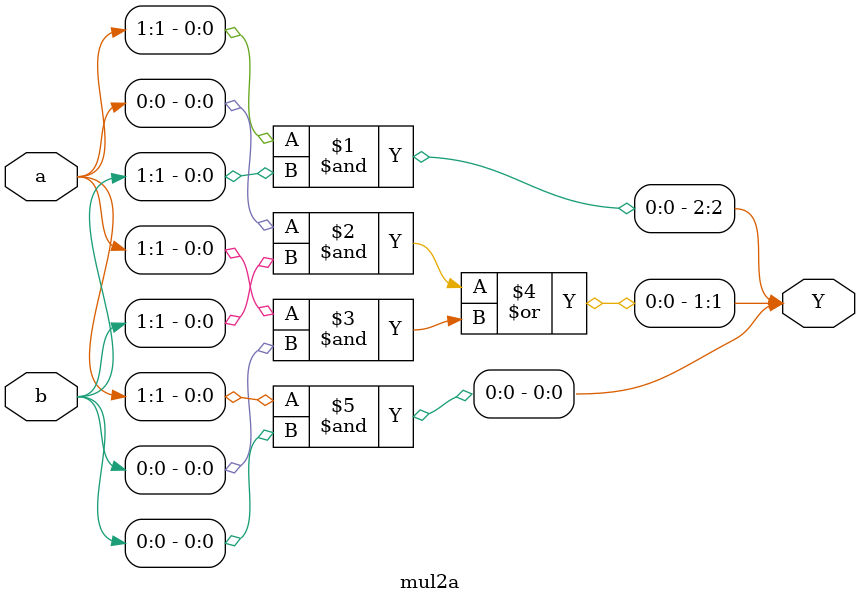
<source format=v>
module mul2a (
    input wire [1:0]a, b,
    output wire [2:0]Y
);

    assign Y[2] = a[1] & b[1];
    assign Y[1] = (a[0] & b[1]) | (a[1] & b[0]);
    assign Y[0] = a[1] & b[0];

endmodule
</source>
